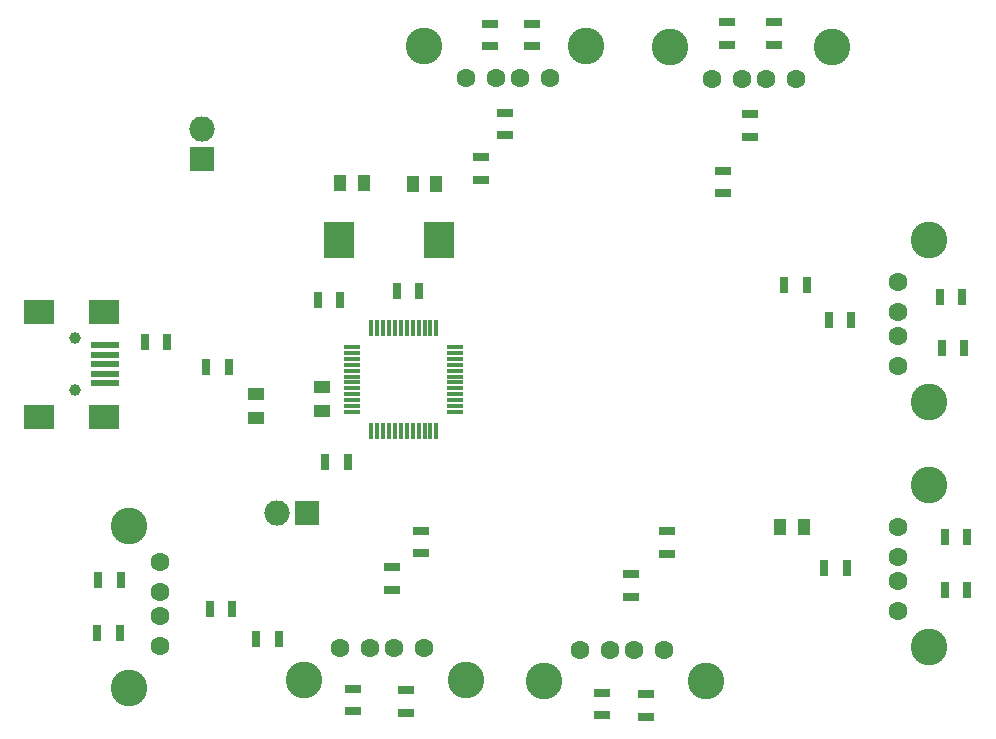
<source format=gts>
G04 #@! TF.FileFunction,Soldermask,Top*
%FSLAX46Y46*%
G04 Gerber Fmt 4.6, Leading zero omitted, Abs format (unit mm)*
G04 Created by KiCad (PCBNEW 4.0.4-stable) date 12/14/16 14:43:15*
%MOMM*%
%LPD*%
G01*
G04 APERTURE LIST*
%ADD10C,0.020000*%
%ADD11C,1.602740*%
%ADD12C,3.101340*%
%ADD13R,1.401600X0.801600*%
%ADD14R,0.801600X1.401600*%
%ADD15R,1.101600X1.351600*%
%ADD16R,1.351600X1.101600*%
%ADD17R,2.133600X2.133600*%
%ADD18O,2.133600X2.133600*%
%ADD19R,1.401600X0.351600*%
%ADD20R,0.351600X1.401600*%
%ADD21R,2.601600X3.101600*%
%ADD22R,2.402840X0.601980*%
%ADD23R,2.600960X2.100580*%
%ADD24C,1.000760*%
G04 APERTURE END LIST*
D10*
D11*
X126301500Y-118681500D03*
X126301500Y-121221500D03*
X126301500Y-123253500D03*
X126301500Y-125793500D03*
D12*
X123634500Y-115633500D03*
X123634500Y-129349500D03*
D13*
X166179500Y-121600000D03*
X166179500Y-119700000D03*
X169227500Y-117980500D03*
X169227500Y-116080500D03*
D14*
X184780000Y-98171000D03*
X182880000Y-98171000D03*
X181036000Y-95250000D03*
X179136000Y-95250000D03*
D13*
X155511500Y-80647500D03*
X155511500Y-82547500D03*
X153479500Y-84394000D03*
X153479500Y-86294000D03*
D14*
X130495000Y-122618500D03*
X132395000Y-122618500D03*
X134432000Y-125158500D03*
X136332000Y-125158500D03*
D13*
X176212500Y-80774500D03*
X176212500Y-82674500D03*
X173926500Y-85537000D03*
X173926500Y-87437000D03*
X145923000Y-121028500D03*
X145923000Y-119128500D03*
X148399500Y-117919500D03*
X148399500Y-116019500D03*
D14*
X184401500Y-119189500D03*
X182501500Y-119189500D03*
D15*
X180768500Y-115697000D03*
X178768500Y-115697000D03*
D16*
X139954000Y-105838500D03*
X139954000Y-103838500D03*
D15*
X141494000Y-86614000D03*
X143494000Y-86614000D03*
X149653500Y-86677500D03*
X147653500Y-86677500D03*
D16*
X134429500Y-104473500D03*
X134429500Y-106473500D03*
D17*
X138747500Y-114554000D03*
D18*
X136207500Y-114554000D03*
D11*
X161798000Y-126111000D03*
X164338000Y-126111000D03*
X166370000Y-126111000D03*
X168910000Y-126111000D03*
D12*
X158750000Y-128778000D03*
X172466000Y-128778000D03*
D11*
X188722000Y-102108000D03*
X188722000Y-99568000D03*
X188722000Y-97536000D03*
X188722000Y-94996000D03*
D12*
X191389000Y-105156000D03*
X191389000Y-91440000D03*
D11*
X159322360Y-77662620D03*
X156782360Y-77662620D03*
X154750360Y-77662620D03*
X152210360Y-77662620D03*
D12*
X162370360Y-74995620D03*
X148654360Y-74995620D03*
D11*
X180135967Y-77736021D03*
X177595967Y-77736021D03*
X175563967Y-77736021D03*
X173023967Y-77736021D03*
D12*
X183183967Y-75069021D03*
X169467967Y-75069021D03*
D11*
X141478000Y-125984000D03*
X144018000Y-125984000D03*
X146050000Y-125984000D03*
X148590000Y-125984000D03*
D12*
X138430000Y-128651000D03*
X152146000Y-128651000D03*
D11*
X188722000Y-122809000D03*
X188722000Y-120269000D03*
X188722000Y-118237000D03*
X188722000Y-115697000D03*
D12*
X191389000Y-125857000D03*
X191389000Y-112141000D03*
D13*
X167449500Y-129860000D03*
X167449500Y-131760000D03*
X163703000Y-129733000D03*
X163703000Y-131633000D03*
D14*
X192280500Y-96266000D03*
X194180500Y-96266000D03*
X192471000Y-100520500D03*
X194371000Y-100520500D03*
D13*
X154178000Y-74991000D03*
X154178000Y-73091000D03*
D14*
X146306500Y-95694500D03*
X148206500Y-95694500D03*
D13*
X157734000Y-74991000D03*
X157734000Y-73091000D03*
D14*
X122870000Y-124650500D03*
X120970000Y-124650500D03*
X122933500Y-120205500D03*
X121033500Y-120205500D03*
D13*
X174293967Y-74876021D03*
X174293967Y-72976021D03*
X178230967Y-74876021D03*
X178230967Y-72976021D03*
X147129500Y-129542500D03*
X147129500Y-131442500D03*
X142621000Y-129415500D03*
X142621000Y-131315500D03*
D14*
X192725000Y-116586000D03*
X194625000Y-116586000D03*
X192725000Y-121031000D03*
X194625000Y-121031000D03*
X126870500Y-100012500D03*
X124970500Y-100012500D03*
X132077500Y-102171500D03*
X130177500Y-102171500D03*
X141539000Y-96456500D03*
X139639000Y-96456500D03*
D19*
X142558520Y-100460360D03*
X142558520Y-100960360D03*
X142558520Y-101460360D03*
X142558520Y-101960360D03*
X142558520Y-102460360D03*
X142558520Y-102960360D03*
X142558520Y-103460360D03*
X142558520Y-103960360D03*
X142558520Y-104460360D03*
X142558520Y-104960360D03*
X142558520Y-105460360D03*
X142558520Y-105960360D03*
D20*
X144158520Y-107560360D03*
X144658520Y-107560360D03*
X145158520Y-107560360D03*
X145658520Y-107560360D03*
X146158520Y-107560360D03*
X146658520Y-107560360D03*
X147158520Y-107560360D03*
X147658520Y-107560360D03*
X148158520Y-107560360D03*
X148658520Y-107560360D03*
X149158520Y-107560360D03*
X149658520Y-107560360D03*
D19*
X151258520Y-105960360D03*
X151258520Y-105460360D03*
X151258520Y-104960360D03*
X151258520Y-104460360D03*
X151258520Y-103960360D03*
X151258520Y-103460360D03*
X151258520Y-102960360D03*
X151258520Y-102460360D03*
X151258520Y-101960360D03*
X151258520Y-101460360D03*
X151258520Y-100960360D03*
X151258520Y-100460360D03*
D20*
X149658520Y-98860360D03*
X149158520Y-98860360D03*
X148658520Y-98860360D03*
X148158520Y-98860360D03*
X147658520Y-98860360D03*
X147158520Y-98860360D03*
X146658520Y-98860360D03*
X146158520Y-98860360D03*
X145658520Y-98860360D03*
X145158520Y-98860360D03*
X144658520Y-98860360D03*
X144158520Y-98860360D03*
D21*
X149919000Y-91440000D03*
X141419000Y-91440000D03*
D17*
X129826102Y-84579358D03*
D18*
X129826102Y-82039358D03*
D14*
X140274000Y-110172500D03*
X142174000Y-110172500D03*
D22*
X121622820Y-100317300D03*
X121622820Y-101117400D03*
X121622820Y-101917500D03*
X121622820Y-102717600D03*
X121622820Y-103517700D03*
D23*
X121523760Y-97467420D03*
X116024660Y-97467420D03*
X121523760Y-106367580D03*
X116024660Y-106367580D03*
D24*
X119024400Y-99717860D03*
X119024400Y-104117140D03*
M02*

</source>
